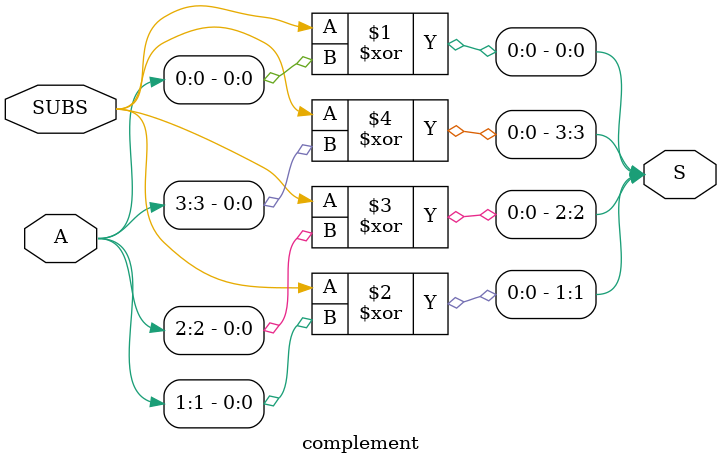
<source format=sv>




module complement #(parameter WIDTH = 4)  (A,SUBS, S);
//El parámetro WIDTH define la cantidad de bits de entrada

	input [WIDTH-1:0] A;
	input  SUBS;
	output [WIDTH-1:0] S;

	genvar i;

	//Se aplica la lógica en el generate de manera tal que el circuito se genere al compilar

	generate
		//Se agrega un circuito combinacional que generó el inverso de
		// todos los bits de entrada de manera tal que si él la bandera substract está encendida sacar al complemento

		for ( i  = 0 ; i <WIDTH ;i++ ) begin: ComplementCalc
				xor checkSubs (S[i],SUBS,A[i]);
				
		end 
	endgenerate
endmodule



</source>
